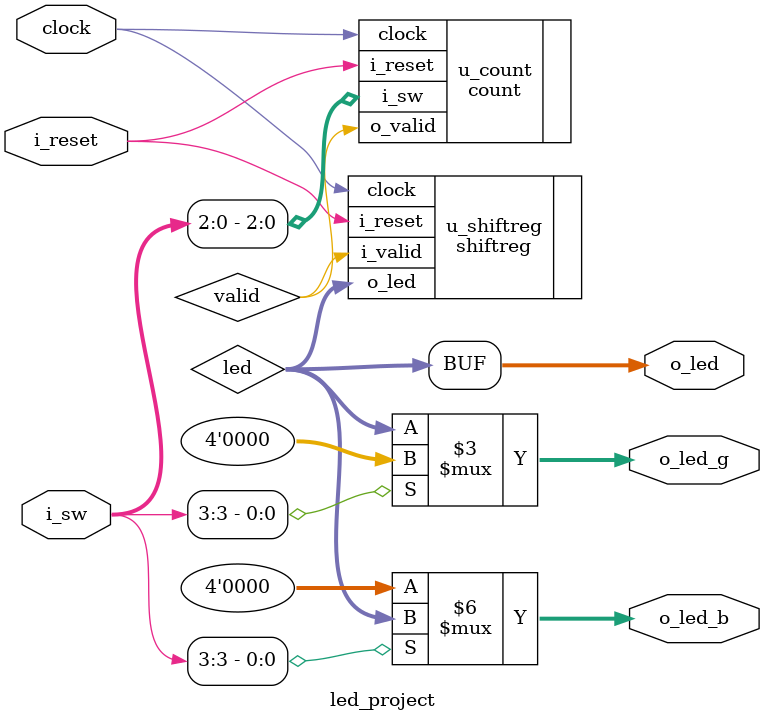
<source format=v>
`timescale 1ns/100ps

module led_project
#(
    parameter   DATA_WIDTH = 32,
    parameter   R0         = 3,
    parameter   R1         = 10,
    parameter   R2         = 100,
    parameter   R3         = 5000
)
(
    output      [3:0]   o_led,
    output reg  [3:0]   o_led_b,
    output reg  [3:0]   o_led_g,
    input       [3:0]   i_sw,
    input               i_reset,
    input               clock
);

wire            valid;
wire    [3:0]   led;

assign  o_led = led;

always@(*) begin

    if(i_sw[3]) begin
        o_led_b = led;
        o_led_g = 4'b0;

    end else begin
        o_led_b = 4'b0;
        o_led_g = led;
    end

end

count #(
    .DATA_WIDTH(DATA_WIDTH),
    .R0(R0),
    .R1(R1),
    .R2(R2),
    .R3(R3)
)
u_count(
    .o_valid(valid),
    .i_sw(i_sw[2:0]),
    .clock(clock),
    .i_reset(i_reset)        
);

shiftreg#()
u_shiftreg(
    .o_led(led),
    .i_valid(valid),
    .i_reset(i_reset),
    .clock(clock)
);

endmodule

</source>
